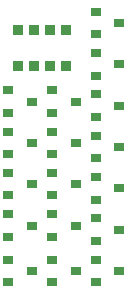
<source format=gtp>
%TF.GenerationSoftware,KiCad,Pcbnew,(5.1.9)-1*%
%TF.CreationDate,2022-08-29T18:21:33+02:00*%
%TF.ProjectId,mux,6d75782e-6b69-4636-9164-5f7063625858,rev?*%
%TF.SameCoordinates,Original*%
%TF.FileFunction,Paste,Top*%
%TF.FilePolarity,Positive*%
%FSLAX46Y46*%
G04 Gerber Fmt 4.6, Leading zero omitted, Abs format (unit mm)*
G04 Created by KiCad (PCBNEW (5.1.9)-1) date 2022-08-29 18:21:33*
%MOMM*%
%LPD*%
G01*
G04 APERTURE LIST*
%ADD10R,0.900000X0.800000*%
%ADD11R,0.900000X0.900000*%
G04 APERTURE END LIST*
D10*
%TO.C,Q11*%
X141600000Y-63350000D03*
X139600000Y-64300000D03*
X139600000Y-62400000D03*
%TD*%
%TO.C,Q10*%
X141600000Y-56000000D03*
X139600000Y-56950000D03*
X139600000Y-55050000D03*
%TD*%
%TO.C,Q9*%
X141600000Y-49000000D03*
X139600000Y-49950000D03*
X139600000Y-48050000D03*
%TD*%
%TO.C,Q17*%
X141600000Y-59500000D03*
X139600000Y-60450000D03*
X139600000Y-58550000D03*
%TD*%
%TO.C,Q16*%
X141600000Y-52500000D03*
X139600000Y-53450000D03*
X139600000Y-51550000D03*
%TD*%
%TO.C,Q15*%
X145300000Y-59500000D03*
X143300000Y-60450000D03*
X143300000Y-58550000D03*
%TD*%
%TO.C,Q14*%
X145300000Y-56000000D03*
X143300000Y-56950000D03*
X143300000Y-55050000D03*
%TD*%
%TO.C,Q13*%
X145300000Y-52500000D03*
X143300000Y-53450000D03*
X143300000Y-51550000D03*
%TD*%
%TO.C,Q12*%
X145300000Y-49000000D03*
X143300000Y-49950000D03*
X143300000Y-48050000D03*
%TD*%
%TO.C,Q8*%
X145300000Y-63350000D03*
X143300000Y-64300000D03*
X143300000Y-62400000D03*
%TD*%
%TO.C,Q7*%
X149000000Y-63350000D03*
X147000000Y-64300000D03*
X147000000Y-62400000D03*
%TD*%
%TO.C,Q6*%
X149000000Y-59850000D03*
X147000000Y-60800000D03*
X147000000Y-58900000D03*
%TD*%
%TO.C,Q5*%
X149000000Y-56350000D03*
X147000000Y-57300000D03*
X147000000Y-55400000D03*
%TD*%
%TO.C,Q4*%
X149000000Y-52850000D03*
X147000000Y-53800000D03*
X147000000Y-51900000D03*
%TD*%
%TO.C,Q3*%
X149000000Y-49350000D03*
X147000000Y-50300000D03*
X147000000Y-48400000D03*
%TD*%
%TO.C,Q2*%
X149000000Y-45850000D03*
X147000000Y-46800000D03*
X147000000Y-44900000D03*
%TD*%
%TO.C,Q1*%
X149000000Y-42350000D03*
X147000000Y-43300000D03*
X147000000Y-41400000D03*
%TD*%
D11*
%TO.C,RN1*%
X143110000Y-42950000D03*
X144450000Y-42950000D03*
X140450000Y-42950000D03*
X141790000Y-42950000D03*
X143110000Y-45950000D03*
X141790000Y-45950000D03*
X144450000Y-45950000D03*
X140450000Y-45950000D03*
%TD*%
M02*

</source>
